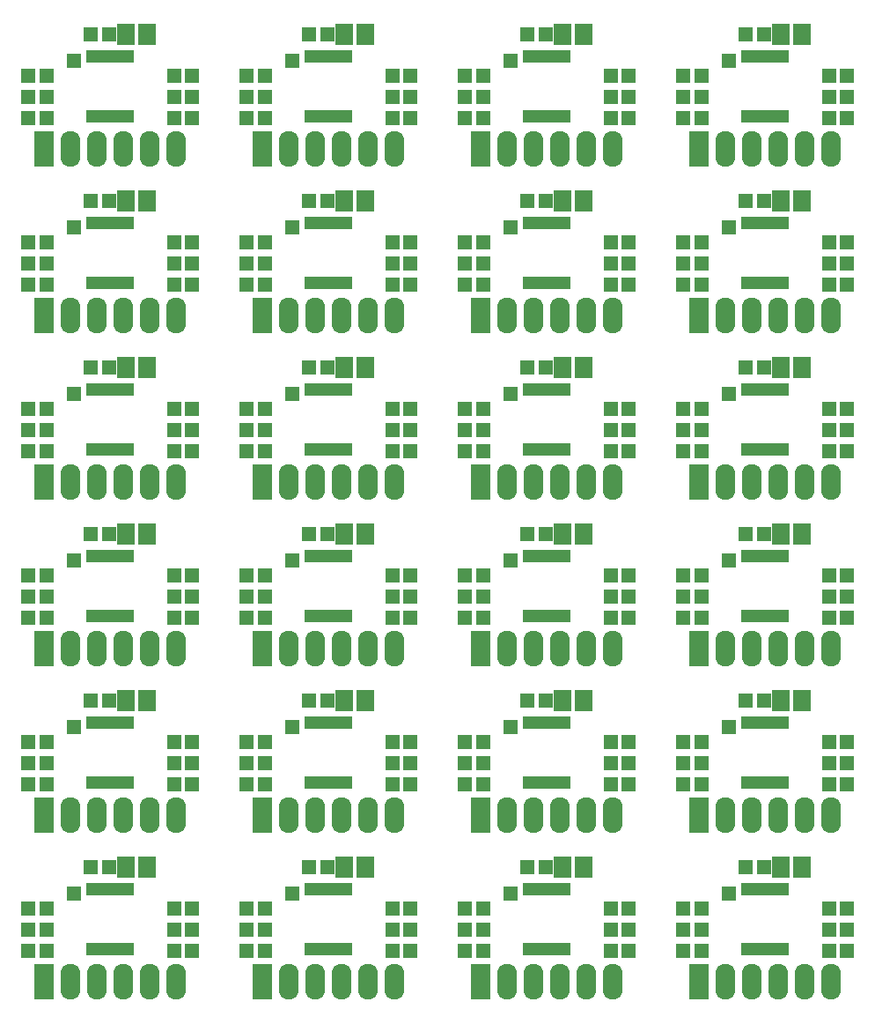
<source format=gts>
G04 #@! TF.FileFunction,Soldermask,Top*
%FSLAX46Y46*%
G04 Gerber Fmt 4.6, Leading zero omitted, Abs format (unit mm)*
G04 Created by KiCad (PCBNEW 4.0.1-stable) date 2017/03/05 0:18:17*
%MOMM*%
G01*
G04 APERTURE LIST*
%ADD10C,0.100000*%
%ADD11R,1.398220X1.398220*%
%ADD12R,1.449020X1.479500*%
%ADD13R,1.697940X1.997660*%
%ADD14R,0.747980X1.299160*%
%ADD15R,1.924000X3.448000*%
%ADD16O,1.924000X3.448000*%
G04 APERTURE END LIST*
D10*
D11*
X183500000Y-142500000D03*
D12*
X180873760Y-146000000D03*
X179126240Y-146000000D03*
X180873760Y-144000000D03*
X179126240Y-144000000D03*
X180873760Y-148000000D03*
X179126240Y-148000000D03*
D11*
X183500000Y-126500000D03*
D12*
X186873760Y-124000000D03*
X185126240Y-124000000D03*
D13*
X188501780Y-124000000D03*
X190498220Y-124000000D03*
D14*
X185051820Y-131872740D03*
X185702060Y-131872740D03*
X186352300Y-131872740D03*
X187000000Y-131872740D03*
X187647700Y-131872740D03*
X188297940Y-131872740D03*
X188948180Y-131872740D03*
X188948180Y-126127260D03*
X188297940Y-126127260D03*
X187647700Y-126127260D03*
X187000000Y-126127260D03*
X186352300Y-126127260D03*
X185702060Y-126127260D03*
X185051820Y-126127260D03*
D12*
X180873760Y-132000000D03*
X179126240Y-132000000D03*
X180873760Y-130000000D03*
X179126240Y-130000000D03*
X180873760Y-128000000D03*
X179126240Y-128000000D03*
X186873760Y-140000000D03*
X185126240Y-140000000D03*
D15*
X180650000Y-151000000D03*
D16*
X183190000Y-151000000D03*
X185730000Y-151000000D03*
X188270000Y-151000000D03*
X190810000Y-151000000D03*
X193350000Y-151000000D03*
D15*
X180650000Y-135000000D03*
D16*
X183190000Y-135000000D03*
X185730000Y-135000000D03*
X188270000Y-135000000D03*
X190810000Y-135000000D03*
X193350000Y-135000000D03*
D14*
X185051820Y-147872740D03*
X185702060Y-147872740D03*
X186352300Y-147872740D03*
X187000000Y-147872740D03*
X187647700Y-147872740D03*
X188297940Y-147872740D03*
X188948180Y-147872740D03*
X188948180Y-142127260D03*
X188297940Y-142127260D03*
X187647700Y-142127260D03*
X187000000Y-142127260D03*
X186352300Y-142127260D03*
X185702060Y-142127260D03*
X185051820Y-142127260D03*
D13*
X188501780Y-140000000D03*
X190498220Y-140000000D03*
D12*
X201873760Y-130000000D03*
X200126240Y-130000000D03*
X201873760Y-128000000D03*
X200126240Y-128000000D03*
X201873760Y-132000000D03*
X200126240Y-132000000D03*
X193126240Y-130000000D03*
X194873760Y-130000000D03*
X193126240Y-128000000D03*
X194873760Y-128000000D03*
X193126240Y-132000000D03*
X194873760Y-132000000D03*
X151126240Y-128000000D03*
X152873760Y-128000000D03*
D13*
X146501780Y-124000000D03*
X148498220Y-124000000D03*
D12*
X151126240Y-132000000D03*
X152873760Y-132000000D03*
X151126240Y-130000000D03*
X152873760Y-130000000D03*
X144873760Y-124000000D03*
X143126240Y-124000000D03*
D14*
X143051820Y-131872740D03*
X143702060Y-131872740D03*
X144352300Y-131872740D03*
X145000000Y-131872740D03*
X145647700Y-131872740D03*
X146297940Y-131872740D03*
X146948180Y-131872740D03*
X146948180Y-126127260D03*
X146297940Y-126127260D03*
X145647700Y-126127260D03*
X145000000Y-126127260D03*
X144352300Y-126127260D03*
X143702060Y-126127260D03*
X143051820Y-126127260D03*
D12*
X151126240Y-144000000D03*
X152873760Y-144000000D03*
D13*
X146501780Y-140000000D03*
X148498220Y-140000000D03*
D15*
X138650000Y-135000000D03*
D16*
X141190000Y-135000000D03*
X143730000Y-135000000D03*
X146270000Y-135000000D03*
X148810000Y-135000000D03*
X151350000Y-135000000D03*
D12*
X144873760Y-140000000D03*
X143126240Y-140000000D03*
X151126240Y-146000000D03*
X152873760Y-146000000D03*
X138873760Y-144000000D03*
X137126240Y-144000000D03*
X138873760Y-146000000D03*
X137126240Y-146000000D03*
X138873760Y-148000000D03*
X137126240Y-148000000D03*
D14*
X143051820Y-147872740D03*
X143702060Y-147872740D03*
X144352300Y-147872740D03*
X145000000Y-147872740D03*
X145647700Y-147872740D03*
X146297940Y-147872740D03*
X146948180Y-147872740D03*
X146948180Y-142127260D03*
X146297940Y-142127260D03*
X145647700Y-142127260D03*
X145000000Y-142127260D03*
X144352300Y-142127260D03*
X143702060Y-142127260D03*
X143051820Y-142127260D03*
D15*
X138650000Y-151000000D03*
D16*
X141190000Y-151000000D03*
X143730000Y-151000000D03*
X146270000Y-151000000D03*
X148810000Y-151000000D03*
X151350000Y-151000000D03*
D11*
X141500000Y-142500000D03*
D12*
X151126240Y-148000000D03*
X152873760Y-148000000D03*
D11*
X141500000Y-126500000D03*
D12*
X138873760Y-130000000D03*
X137126240Y-130000000D03*
X138873760Y-128000000D03*
X137126240Y-128000000D03*
X138873760Y-132000000D03*
X137126240Y-132000000D03*
D15*
X201650000Y-135000000D03*
D16*
X204190000Y-135000000D03*
X206730000Y-135000000D03*
X209270000Y-135000000D03*
X211810000Y-135000000D03*
X214350000Y-135000000D03*
D13*
X209501780Y-140000000D03*
X211498220Y-140000000D03*
D12*
X207873760Y-140000000D03*
X206126240Y-140000000D03*
X193126240Y-146000000D03*
X194873760Y-146000000D03*
X193126240Y-148000000D03*
X194873760Y-148000000D03*
X201873760Y-144000000D03*
X200126240Y-144000000D03*
X201873760Y-146000000D03*
X200126240Y-146000000D03*
X201873760Y-148000000D03*
X200126240Y-148000000D03*
X193126240Y-144000000D03*
X194873760Y-144000000D03*
D11*
X204500000Y-142500000D03*
D12*
X214126240Y-144000000D03*
X215873760Y-144000000D03*
X214126240Y-146000000D03*
X215873760Y-146000000D03*
X214126240Y-148000000D03*
X215873760Y-148000000D03*
D15*
X201650000Y-151000000D03*
D16*
X204190000Y-151000000D03*
X206730000Y-151000000D03*
X209270000Y-151000000D03*
X211810000Y-151000000D03*
X214350000Y-151000000D03*
D14*
X206051820Y-147872740D03*
X206702060Y-147872740D03*
X207352300Y-147872740D03*
X208000000Y-147872740D03*
X208647700Y-147872740D03*
X209297940Y-147872740D03*
X209948180Y-147872740D03*
X209948180Y-142127260D03*
X209297940Y-142127260D03*
X208647700Y-142127260D03*
X208000000Y-142127260D03*
X207352300Y-142127260D03*
X206702060Y-142127260D03*
X206051820Y-142127260D03*
D12*
X207873760Y-124000000D03*
X206126240Y-124000000D03*
D13*
X209501780Y-124000000D03*
X211498220Y-124000000D03*
D14*
X206051820Y-131872740D03*
X206702060Y-131872740D03*
X207352300Y-131872740D03*
X208000000Y-131872740D03*
X208647700Y-131872740D03*
X209297940Y-131872740D03*
X209948180Y-131872740D03*
X209948180Y-126127260D03*
X209297940Y-126127260D03*
X208647700Y-126127260D03*
X208000000Y-126127260D03*
X207352300Y-126127260D03*
X206702060Y-126127260D03*
X206051820Y-126127260D03*
D11*
X204500000Y-126500000D03*
D12*
X214126240Y-132000000D03*
X215873760Y-132000000D03*
X214126240Y-128000000D03*
X215873760Y-128000000D03*
X214126240Y-130000000D03*
X215873760Y-130000000D03*
D11*
X162500000Y-142500000D03*
D12*
X159873760Y-144000000D03*
X158126240Y-144000000D03*
X159873760Y-148000000D03*
X158126240Y-148000000D03*
X159873760Y-146000000D03*
X158126240Y-146000000D03*
D14*
X164051820Y-147872740D03*
X164702060Y-147872740D03*
X165352300Y-147872740D03*
X166000000Y-147872740D03*
X166647700Y-147872740D03*
X167297940Y-147872740D03*
X167948180Y-147872740D03*
X167948180Y-142127260D03*
X167297940Y-142127260D03*
X166647700Y-142127260D03*
X166000000Y-142127260D03*
X165352300Y-142127260D03*
X164702060Y-142127260D03*
X164051820Y-142127260D03*
D12*
X165873760Y-140000000D03*
X164126240Y-140000000D03*
D11*
X162500000Y-126500000D03*
D13*
X167501780Y-140000000D03*
X169498220Y-140000000D03*
D12*
X172126240Y-132000000D03*
X173873760Y-132000000D03*
D15*
X159650000Y-135000000D03*
D16*
X162190000Y-135000000D03*
X164730000Y-135000000D03*
X167270000Y-135000000D03*
X169810000Y-135000000D03*
X172350000Y-135000000D03*
D14*
X164051820Y-131872740D03*
X164702060Y-131872740D03*
X165352300Y-131872740D03*
X166000000Y-131872740D03*
X166647700Y-131872740D03*
X167297940Y-131872740D03*
X167948180Y-131872740D03*
X167948180Y-126127260D03*
X167297940Y-126127260D03*
X166647700Y-126127260D03*
X166000000Y-126127260D03*
X165352300Y-126127260D03*
X164702060Y-126127260D03*
X164051820Y-126127260D03*
D12*
X172126240Y-144000000D03*
X173873760Y-144000000D03*
X172126240Y-146000000D03*
X173873760Y-146000000D03*
D15*
X159650000Y-151000000D03*
D16*
X162190000Y-151000000D03*
X164730000Y-151000000D03*
X167270000Y-151000000D03*
X169810000Y-151000000D03*
X172350000Y-151000000D03*
D12*
X172126240Y-148000000D03*
X173873760Y-148000000D03*
X159873760Y-132000000D03*
X158126240Y-132000000D03*
X159873760Y-130000000D03*
X158126240Y-130000000D03*
X159873760Y-128000000D03*
X158126240Y-128000000D03*
X165873760Y-124000000D03*
X164126240Y-124000000D03*
X172126240Y-128000000D03*
X173873760Y-128000000D03*
D13*
X167501780Y-124000000D03*
X169498220Y-124000000D03*
D12*
X172126240Y-130000000D03*
X173873760Y-130000000D03*
D11*
X204500000Y-110500000D03*
D12*
X214126240Y-112000000D03*
X215873760Y-112000000D03*
D13*
X209501780Y-108000000D03*
X211498220Y-108000000D03*
D12*
X207873760Y-108000000D03*
X206126240Y-108000000D03*
X201873760Y-112000000D03*
X200126240Y-112000000D03*
X201873760Y-114000000D03*
X200126240Y-114000000D03*
X201873760Y-116000000D03*
X200126240Y-116000000D03*
X214126240Y-114000000D03*
X215873760Y-114000000D03*
X214126240Y-116000000D03*
X215873760Y-116000000D03*
D15*
X201650000Y-119000000D03*
D16*
X204190000Y-119000000D03*
X206730000Y-119000000D03*
X209270000Y-119000000D03*
X211810000Y-119000000D03*
X214350000Y-119000000D03*
D14*
X206051820Y-115872740D03*
X206702060Y-115872740D03*
X207352300Y-115872740D03*
X208000000Y-115872740D03*
X208647700Y-115872740D03*
X209297940Y-115872740D03*
X209948180Y-115872740D03*
X209948180Y-110127260D03*
X209297940Y-110127260D03*
X208647700Y-110127260D03*
X208000000Y-110127260D03*
X207352300Y-110127260D03*
X206702060Y-110127260D03*
X206051820Y-110127260D03*
D13*
X188501780Y-108000000D03*
X190498220Y-108000000D03*
D11*
X183500000Y-110500000D03*
D12*
X186873760Y-108000000D03*
X185126240Y-108000000D03*
X193126240Y-112000000D03*
X194873760Y-112000000D03*
X180873760Y-114000000D03*
X179126240Y-114000000D03*
X180873760Y-116000000D03*
X179126240Y-116000000D03*
X180873760Y-112000000D03*
X179126240Y-112000000D03*
X193126240Y-114000000D03*
X194873760Y-114000000D03*
D15*
X180650000Y-119000000D03*
D16*
X183190000Y-119000000D03*
X185730000Y-119000000D03*
X188270000Y-119000000D03*
X190810000Y-119000000D03*
X193350000Y-119000000D03*
D14*
X185051820Y-115872740D03*
X185702060Y-115872740D03*
X186352300Y-115872740D03*
X187000000Y-115872740D03*
X187647700Y-115872740D03*
X188297940Y-115872740D03*
X188948180Y-115872740D03*
X188948180Y-110127260D03*
X188297940Y-110127260D03*
X187647700Y-110127260D03*
X187000000Y-110127260D03*
X186352300Y-110127260D03*
X185702060Y-110127260D03*
X185051820Y-110127260D03*
D12*
X193126240Y-116000000D03*
X194873760Y-116000000D03*
X151126240Y-114000000D03*
X152873760Y-114000000D03*
X151126240Y-116000000D03*
X152873760Y-116000000D03*
X151126240Y-112000000D03*
X152873760Y-112000000D03*
X138873760Y-112000000D03*
X137126240Y-112000000D03*
X138873760Y-114000000D03*
X137126240Y-114000000D03*
X138873760Y-116000000D03*
X137126240Y-116000000D03*
D14*
X143051820Y-115872740D03*
X143702060Y-115872740D03*
X144352300Y-115872740D03*
X145000000Y-115872740D03*
X145647700Y-115872740D03*
X146297940Y-115872740D03*
X146948180Y-115872740D03*
X146948180Y-110127260D03*
X146297940Y-110127260D03*
X145647700Y-110127260D03*
X145000000Y-110127260D03*
X144352300Y-110127260D03*
X143702060Y-110127260D03*
X143051820Y-110127260D03*
D15*
X138650000Y-119000000D03*
D16*
X141190000Y-119000000D03*
X143730000Y-119000000D03*
X146270000Y-119000000D03*
X148810000Y-119000000D03*
X151350000Y-119000000D03*
D13*
X146501780Y-108000000D03*
X148498220Y-108000000D03*
D11*
X141500000Y-110500000D03*
D12*
X144873760Y-108000000D03*
X143126240Y-108000000D03*
D11*
X162500000Y-110500000D03*
D12*
X165873760Y-108000000D03*
X164126240Y-108000000D03*
X159873760Y-114000000D03*
X158126240Y-114000000D03*
X159873760Y-116000000D03*
X158126240Y-116000000D03*
X159873760Y-112000000D03*
X158126240Y-112000000D03*
D14*
X164051820Y-115872740D03*
X164702060Y-115872740D03*
X165352300Y-115872740D03*
X166000000Y-115872740D03*
X166647700Y-115872740D03*
X167297940Y-115872740D03*
X167948180Y-115872740D03*
X167948180Y-110127260D03*
X167297940Y-110127260D03*
X166647700Y-110127260D03*
X166000000Y-110127260D03*
X165352300Y-110127260D03*
X164702060Y-110127260D03*
X164051820Y-110127260D03*
D13*
X167501780Y-108000000D03*
X169498220Y-108000000D03*
D12*
X172126240Y-112000000D03*
X173873760Y-112000000D03*
X172126240Y-114000000D03*
X173873760Y-114000000D03*
D15*
X159650000Y-119000000D03*
D16*
X162190000Y-119000000D03*
X164730000Y-119000000D03*
X167270000Y-119000000D03*
X169810000Y-119000000D03*
X172350000Y-119000000D03*
D12*
X172126240Y-116000000D03*
X173873760Y-116000000D03*
X144873760Y-92000000D03*
X143126240Y-92000000D03*
D14*
X143051820Y-99872740D03*
X143702060Y-99872740D03*
X144352300Y-99872740D03*
X145000000Y-99872740D03*
X145647700Y-99872740D03*
X146297940Y-99872740D03*
X146948180Y-99872740D03*
X146948180Y-94127260D03*
X146297940Y-94127260D03*
X145647700Y-94127260D03*
X145000000Y-94127260D03*
X144352300Y-94127260D03*
X143702060Y-94127260D03*
X143051820Y-94127260D03*
D15*
X138650000Y-103000000D03*
D16*
X141190000Y-103000000D03*
X143730000Y-103000000D03*
X146270000Y-103000000D03*
X148810000Y-103000000D03*
X151350000Y-103000000D03*
D12*
X138873760Y-100000000D03*
X137126240Y-100000000D03*
X138873760Y-98000000D03*
X137126240Y-98000000D03*
X138873760Y-96000000D03*
X137126240Y-96000000D03*
X151126240Y-100000000D03*
X152873760Y-100000000D03*
X151126240Y-98000000D03*
X152873760Y-98000000D03*
X151126240Y-96000000D03*
X152873760Y-96000000D03*
D11*
X141500000Y-94500000D03*
D13*
X146501780Y-92000000D03*
X148498220Y-92000000D03*
D12*
X165873760Y-92000000D03*
X164126240Y-92000000D03*
D14*
X164051820Y-99872740D03*
X164702060Y-99872740D03*
X165352300Y-99872740D03*
X166000000Y-99872740D03*
X166647700Y-99872740D03*
X167297940Y-99872740D03*
X167948180Y-99872740D03*
X167948180Y-94127260D03*
X167297940Y-94127260D03*
X166647700Y-94127260D03*
X166000000Y-94127260D03*
X165352300Y-94127260D03*
X164702060Y-94127260D03*
X164051820Y-94127260D03*
D15*
X159650000Y-103000000D03*
D16*
X162190000Y-103000000D03*
X164730000Y-103000000D03*
X167270000Y-103000000D03*
X169810000Y-103000000D03*
X172350000Y-103000000D03*
D12*
X159873760Y-100000000D03*
X158126240Y-100000000D03*
X159873760Y-98000000D03*
X158126240Y-98000000D03*
X159873760Y-96000000D03*
X158126240Y-96000000D03*
X172126240Y-100000000D03*
X173873760Y-100000000D03*
X172126240Y-98000000D03*
X173873760Y-98000000D03*
X172126240Y-96000000D03*
X173873760Y-96000000D03*
D11*
X162500000Y-94500000D03*
D13*
X167501780Y-92000000D03*
X169498220Y-92000000D03*
D12*
X186873760Y-92000000D03*
X185126240Y-92000000D03*
D14*
X185051820Y-99872740D03*
X185702060Y-99872740D03*
X186352300Y-99872740D03*
X187000000Y-99872740D03*
X187647700Y-99872740D03*
X188297940Y-99872740D03*
X188948180Y-99872740D03*
X188948180Y-94127260D03*
X188297940Y-94127260D03*
X187647700Y-94127260D03*
X187000000Y-94127260D03*
X186352300Y-94127260D03*
X185702060Y-94127260D03*
X185051820Y-94127260D03*
D15*
X180650000Y-103000000D03*
D16*
X183190000Y-103000000D03*
X185730000Y-103000000D03*
X188270000Y-103000000D03*
X190810000Y-103000000D03*
X193350000Y-103000000D03*
D12*
X180873760Y-100000000D03*
X179126240Y-100000000D03*
X180873760Y-98000000D03*
X179126240Y-98000000D03*
X180873760Y-96000000D03*
X179126240Y-96000000D03*
X193126240Y-100000000D03*
X194873760Y-100000000D03*
X193126240Y-98000000D03*
X194873760Y-98000000D03*
X193126240Y-96000000D03*
X194873760Y-96000000D03*
D11*
X183500000Y-94500000D03*
D13*
X188501780Y-92000000D03*
X190498220Y-92000000D03*
D12*
X207873760Y-92000000D03*
X206126240Y-92000000D03*
D14*
X206051820Y-99872740D03*
X206702060Y-99872740D03*
X207352300Y-99872740D03*
X208000000Y-99872740D03*
X208647700Y-99872740D03*
X209297940Y-99872740D03*
X209948180Y-99872740D03*
X209948180Y-94127260D03*
X209297940Y-94127260D03*
X208647700Y-94127260D03*
X208000000Y-94127260D03*
X207352300Y-94127260D03*
X206702060Y-94127260D03*
X206051820Y-94127260D03*
D15*
X201650000Y-103000000D03*
D16*
X204190000Y-103000000D03*
X206730000Y-103000000D03*
X209270000Y-103000000D03*
X211810000Y-103000000D03*
X214350000Y-103000000D03*
D12*
X201873760Y-100000000D03*
X200126240Y-100000000D03*
X201873760Y-98000000D03*
X200126240Y-98000000D03*
X201873760Y-96000000D03*
X200126240Y-96000000D03*
X214126240Y-100000000D03*
X215873760Y-100000000D03*
X214126240Y-98000000D03*
X215873760Y-98000000D03*
X214126240Y-96000000D03*
X215873760Y-96000000D03*
D11*
X204500000Y-94500000D03*
D13*
X209501780Y-92000000D03*
X211498220Y-92000000D03*
D12*
X144873760Y-92000000D03*
X143126240Y-92000000D03*
D14*
X143051820Y-99872740D03*
X143702060Y-99872740D03*
X144352300Y-99872740D03*
X145000000Y-99872740D03*
X145647700Y-99872740D03*
X146297940Y-99872740D03*
X146948180Y-99872740D03*
X146948180Y-94127260D03*
X146297940Y-94127260D03*
X145647700Y-94127260D03*
X145000000Y-94127260D03*
X144352300Y-94127260D03*
X143702060Y-94127260D03*
X143051820Y-94127260D03*
D15*
X138650000Y-103000000D03*
D16*
X141190000Y-103000000D03*
X143730000Y-103000000D03*
X146270000Y-103000000D03*
X148810000Y-103000000D03*
X151350000Y-103000000D03*
D12*
X138873760Y-100000000D03*
X137126240Y-100000000D03*
X138873760Y-98000000D03*
X137126240Y-98000000D03*
X138873760Y-96000000D03*
X137126240Y-96000000D03*
X151126240Y-100000000D03*
X152873760Y-100000000D03*
X151126240Y-98000000D03*
X152873760Y-98000000D03*
X151126240Y-96000000D03*
X152873760Y-96000000D03*
D11*
X141500000Y-94500000D03*
D13*
X146501780Y-92000000D03*
X148498220Y-92000000D03*
D12*
X144873760Y-76000000D03*
X143126240Y-76000000D03*
D14*
X143051820Y-83872740D03*
X143702060Y-83872740D03*
X144352300Y-83872740D03*
X145000000Y-83872740D03*
X145647700Y-83872740D03*
X146297940Y-83872740D03*
X146948180Y-83872740D03*
X146948180Y-78127260D03*
X146297940Y-78127260D03*
X145647700Y-78127260D03*
X145000000Y-78127260D03*
X144352300Y-78127260D03*
X143702060Y-78127260D03*
X143051820Y-78127260D03*
D15*
X138650000Y-87000000D03*
D16*
X141190000Y-87000000D03*
X143730000Y-87000000D03*
X146270000Y-87000000D03*
X148810000Y-87000000D03*
X151350000Y-87000000D03*
D12*
X138873760Y-84000000D03*
X137126240Y-84000000D03*
X138873760Y-82000000D03*
X137126240Y-82000000D03*
X138873760Y-80000000D03*
X137126240Y-80000000D03*
X151126240Y-84000000D03*
X152873760Y-84000000D03*
X151126240Y-82000000D03*
X152873760Y-82000000D03*
X151126240Y-80000000D03*
X152873760Y-80000000D03*
D11*
X141500000Y-78500000D03*
D13*
X146501780Y-76000000D03*
X148498220Y-76000000D03*
D12*
X165873760Y-76000000D03*
X164126240Y-76000000D03*
D14*
X164051820Y-83872740D03*
X164702060Y-83872740D03*
X165352300Y-83872740D03*
X166000000Y-83872740D03*
X166647700Y-83872740D03*
X167297940Y-83872740D03*
X167948180Y-83872740D03*
X167948180Y-78127260D03*
X167297940Y-78127260D03*
X166647700Y-78127260D03*
X166000000Y-78127260D03*
X165352300Y-78127260D03*
X164702060Y-78127260D03*
X164051820Y-78127260D03*
D15*
X159650000Y-87000000D03*
D16*
X162190000Y-87000000D03*
X164730000Y-87000000D03*
X167270000Y-87000000D03*
X169810000Y-87000000D03*
X172350000Y-87000000D03*
D12*
X159873760Y-84000000D03*
X158126240Y-84000000D03*
X159873760Y-82000000D03*
X158126240Y-82000000D03*
X159873760Y-80000000D03*
X158126240Y-80000000D03*
X172126240Y-84000000D03*
X173873760Y-84000000D03*
X172126240Y-82000000D03*
X173873760Y-82000000D03*
X172126240Y-80000000D03*
X173873760Y-80000000D03*
D11*
X162500000Y-78500000D03*
D13*
X167501780Y-76000000D03*
X169498220Y-76000000D03*
D12*
X186873760Y-76000000D03*
X185126240Y-76000000D03*
D14*
X185051820Y-83872740D03*
X185702060Y-83872740D03*
X186352300Y-83872740D03*
X187000000Y-83872740D03*
X187647700Y-83872740D03*
X188297940Y-83872740D03*
X188948180Y-83872740D03*
X188948180Y-78127260D03*
X188297940Y-78127260D03*
X187647700Y-78127260D03*
X187000000Y-78127260D03*
X186352300Y-78127260D03*
X185702060Y-78127260D03*
X185051820Y-78127260D03*
D15*
X180650000Y-87000000D03*
D16*
X183190000Y-87000000D03*
X185730000Y-87000000D03*
X188270000Y-87000000D03*
X190810000Y-87000000D03*
X193350000Y-87000000D03*
D12*
X180873760Y-84000000D03*
X179126240Y-84000000D03*
X180873760Y-82000000D03*
X179126240Y-82000000D03*
X180873760Y-80000000D03*
X179126240Y-80000000D03*
X193126240Y-84000000D03*
X194873760Y-84000000D03*
X193126240Y-82000000D03*
X194873760Y-82000000D03*
X193126240Y-80000000D03*
X194873760Y-80000000D03*
D11*
X183500000Y-78500000D03*
D13*
X188501780Y-76000000D03*
X190498220Y-76000000D03*
D12*
X207873760Y-76000000D03*
X206126240Y-76000000D03*
D14*
X206051820Y-83872740D03*
X206702060Y-83872740D03*
X207352300Y-83872740D03*
X208000000Y-83872740D03*
X208647700Y-83872740D03*
X209297940Y-83872740D03*
X209948180Y-83872740D03*
X209948180Y-78127260D03*
X209297940Y-78127260D03*
X208647700Y-78127260D03*
X208000000Y-78127260D03*
X207352300Y-78127260D03*
X206702060Y-78127260D03*
X206051820Y-78127260D03*
D15*
X201650000Y-87000000D03*
D16*
X204190000Y-87000000D03*
X206730000Y-87000000D03*
X209270000Y-87000000D03*
X211810000Y-87000000D03*
X214350000Y-87000000D03*
D12*
X201873760Y-84000000D03*
X200126240Y-84000000D03*
X201873760Y-82000000D03*
X200126240Y-82000000D03*
X201873760Y-80000000D03*
X200126240Y-80000000D03*
X214126240Y-84000000D03*
X215873760Y-84000000D03*
X214126240Y-82000000D03*
X215873760Y-82000000D03*
X214126240Y-80000000D03*
X215873760Y-80000000D03*
D11*
X204500000Y-78500000D03*
D13*
X209501780Y-76000000D03*
X211498220Y-76000000D03*
D12*
X144873760Y-60000000D03*
X143126240Y-60000000D03*
D14*
X143051820Y-67872740D03*
X143702060Y-67872740D03*
X144352300Y-67872740D03*
X145000000Y-67872740D03*
X145647700Y-67872740D03*
X146297940Y-67872740D03*
X146948180Y-67872740D03*
X146948180Y-62127260D03*
X146297940Y-62127260D03*
X145647700Y-62127260D03*
X145000000Y-62127260D03*
X144352300Y-62127260D03*
X143702060Y-62127260D03*
X143051820Y-62127260D03*
D15*
X138650000Y-71000000D03*
D16*
X141190000Y-71000000D03*
X143730000Y-71000000D03*
X146270000Y-71000000D03*
X148810000Y-71000000D03*
X151350000Y-71000000D03*
D12*
X138873760Y-68000000D03*
X137126240Y-68000000D03*
X138873760Y-66000000D03*
X137126240Y-66000000D03*
X138873760Y-64000000D03*
X137126240Y-64000000D03*
X151126240Y-68000000D03*
X152873760Y-68000000D03*
X151126240Y-66000000D03*
X152873760Y-66000000D03*
X151126240Y-64000000D03*
X152873760Y-64000000D03*
D11*
X141500000Y-62500000D03*
D13*
X146501780Y-60000000D03*
X148498220Y-60000000D03*
D12*
X165873760Y-60000000D03*
X164126240Y-60000000D03*
D14*
X164051820Y-67872740D03*
X164702060Y-67872740D03*
X165352300Y-67872740D03*
X166000000Y-67872740D03*
X166647700Y-67872740D03*
X167297940Y-67872740D03*
X167948180Y-67872740D03*
X167948180Y-62127260D03*
X167297940Y-62127260D03*
X166647700Y-62127260D03*
X166000000Y-62127260D03*
X165352300Y-62127260D03*
X164702060Y-62127260D03*
X164051820Y-62127260D03*
D15*
X159650000Y-71000000D03*
D16*
X162190000Y-71000000D03*
X164730000Y-71000000D03*
X167270000Y-71000000D03*
X169810000Y-71000000D03*
X172350000Y-71000000D03*
D12*
X159873760Y-68000000D03*
X158126240Y-68000000D03*
X159873760Y-66000000D03*
X158126240Y-66000000D03*
X159873760Y-64000000D03*
X158126240Y-64000000D03*
X172126240Y-68000000D03*
X173873760Y-68000000D03*
X172126240Y-66000000D03*
X173873760Y-66000000D03*
X172126240Y-64000000D03*
X173873760Y-64000000D03*
D11*
X162500000Y-62500000D03*
D13*
X167501780Y-60000000D03*
X169498220Y-60000000D03*
D12*
X186873760Y-60000000D03*
X185126240Y-60000000D03*
D14*
X185051820Y-67872740D03*
X185702060Y-67872740D03*
X186352300Y-67872740D03*
X187000000Y-67872740D03*
X187647700Y-67872740D03*
X188297940Y-67872740D03*
X188948180Y-67872740D03*
X188948180Y-62127260D03*
X188297940Y-62127260D03*
X187647700Y-62127260D03*
X187000000Y-62127260D03*
X186352300Y-62127260D03*
X185702060Y-62127260D03*
X185051820Y-62127260D03*
D15*
X180650000Y-71000000D03*
D16*
X183190000Y-71000000D03*
X185730000Y-71000000D03*
X188270000Y-71000000D03*
X190810000Y-71000000D03*
X193350000Y-71000000D03*
D12*
X180873760Y-68000000D03*
X179126240Y-68000000D03*
X180873760Y-66000000D03*
X179126240Y-66000000D03*
X180873760Y-64000000D03*
X179126240Y-64000000D03*
X193126240Y-68000000D03*
X194873760Y-68000000D03*
X193126240Y-66000000D03*
X194873760Y-66000000D03*
X193126240Y-64000000D03*
X194873760Y-64000000D03*
D11*
X183500000Y-62500000D03*
D13*
X188501780Y-60000000D03*
X190498220Y-60000000D03*
D12*
X207873760Y-60000000D03*
X206126240Y-60000000D03*
D14*
X206051820Y-67872740D03*
X206702060Y-67872740D03*
X207352300Y-67872740D03*
X208000000Y-67872740D03*
X208647700Y-67872740D03*
X209297940Y-67872740D03*
X209948180Y-67872740D03*
X209948180Y-62127260D03*
X209297940Y-62127260D03*
X208647700Y-62127260D03*
X208000000Y-62127260D03*
X207352300Y-62127260D03*
X206702060Y-62127260D03*
X206051820Y-62127260D03*
D15*
X201650000Y-71000000D03*
D16*
X204190000Y-71000000D03*
X206730000Y-71000000D03*
X209270000Y-71000000D03*
X211810000Y-71000000D03*
X214350000Y-71000000D03*
D12*
X201873760Y-68000000D03*
X200126240Y-68000000D03*
X201873760Y-66000000D03*
X200126240Y-66000000D03*
X201873760Y-64000000D03*
X200126240Y-64000000D03*
X214126240Y-68000000D03*
X215873760Y-68000000D03*
X214126240Y-66000000D03*
X215873760Y-66000000D03*
X214126240Y-64000000D03*
X215873760Y-64000000D03*
D11*
X204500000Y-62500000D03*
D13*
X209501780Y-60000000D03*
X211498220Y-60000000D03*
M02*

</source>
